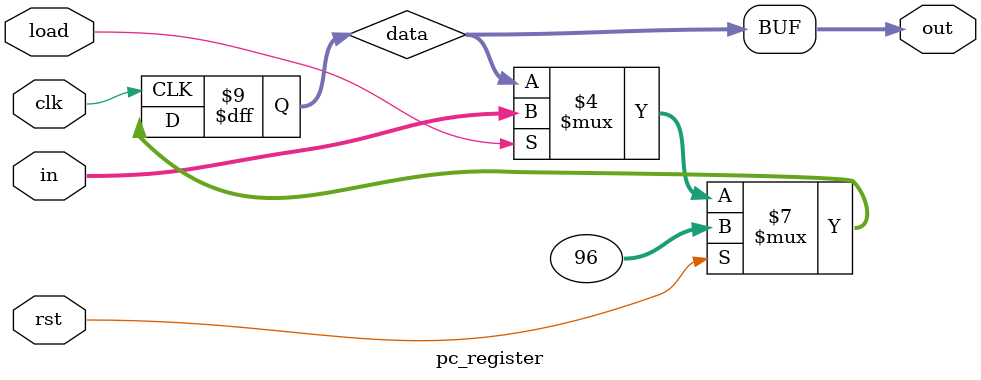
<source format=sv>
module pc_register #(parameter width = 32)
(
    input logic clk,
    input logic rst,
    input logic load,
    input logic [width-1:0] in,
    output logic [width-1:0] out
);

/*
 * PC needs to start at 0x60
 */
logic [width-1:0] data;

always_ff @(posedge clk)
begin
    if (rst)
    begin
        data <= 32'h00000060;
    end
    else if (load)
    begin
        data <= in;
    end
    else
    begin
        data <= data;
    end
end

always_comb
begin
    out = data;
end

endmodule : pc_register

</source>
